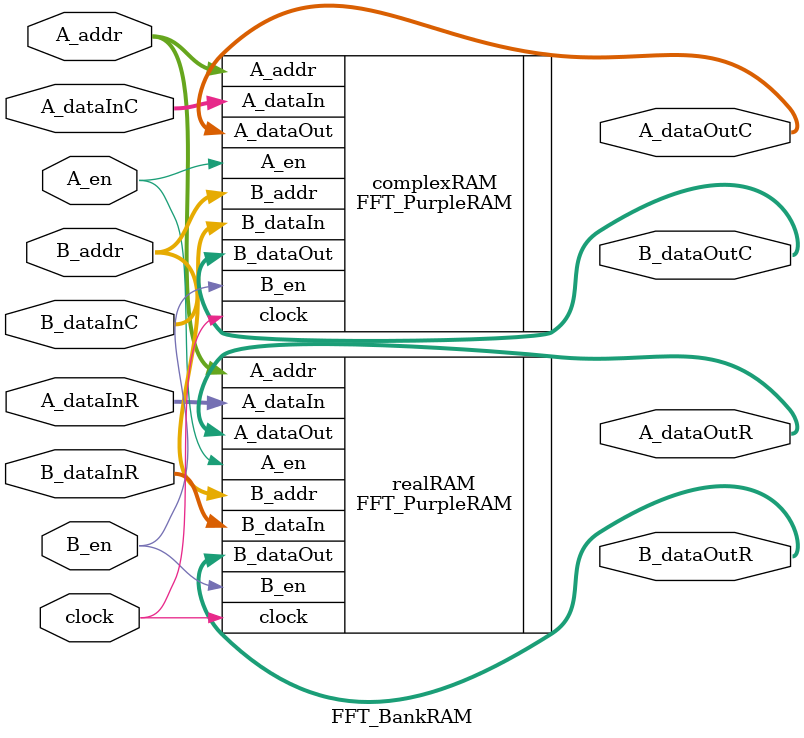
<source format=v>
module FFT_BankRAM (
    input A_en, B_en, clock,
    input [15:0] A_dataInR, A_dataInC, B_dataInR, B_dataInC,
    input [4:0] A_addr, B_addr,
    output [15:0] A_dataOutR, A_dataOutC, B_dataOutR, B_dataOutC
);

    FFT_PurpleRAM realRAM(
        .clock(clock),
        .A_en(A_en),
        .B_en(B_en),
        .A_dataIn(A_dataInR),
        .B_dataIn(B_dataInR),
        .A_addr(A_addr),
        .B_addr(B_addr),
        .A_dataOut(A_dataOutR),
        .B_dataOut(B_dataOutR)
    );

    FFT_PurpleRAM complexRAM(
        .clock(clock),
        .A_en(A_en),
        .B_en(B_en),
        .A_dataIn(A_dataInC),
        .B_dataIn(B_dataInC),
        .A_addr(A_addr),
        .B_addr(B_addr),
        .A_dataOut(A_dataOutC),
        .B_dataOut(B_dataOutC)
    );


endmodule
</source>
